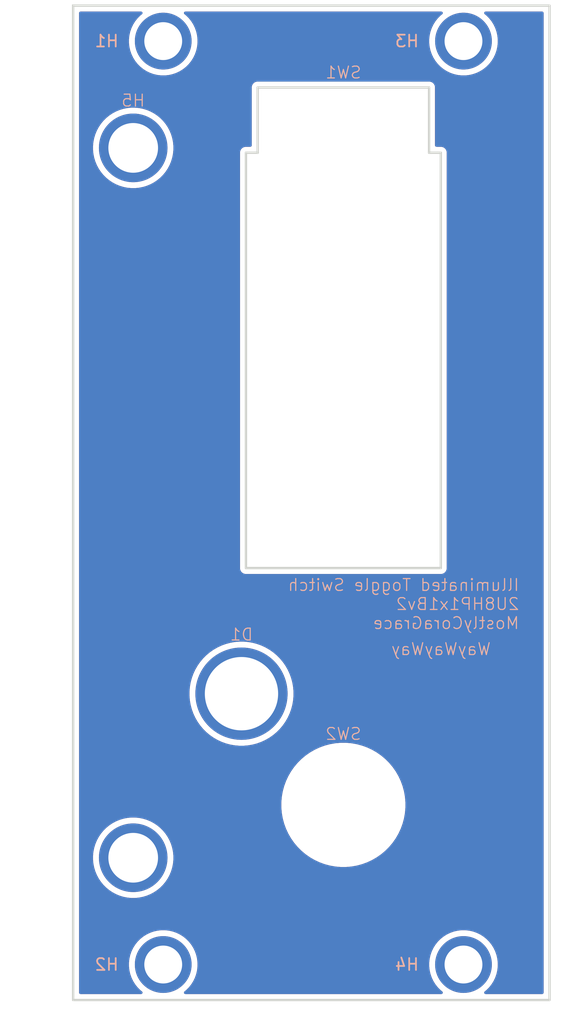
<source format=kicad_pcb>
(kicad_pcb (version 20241229) (generator "pcbnew") (generator_version "9.0")
  (layers (0 "F.Cu" signal) (2 "B.Cu" signal) (13 "F.Paste" user) (15 "B.Paste" user) (5 "F.SilkS" user "F.Silkscreen") (7 "B.SilkS" user "B.Silkscreen") (1 "F.Mask" user) (3 "B.Mask" user) (25 "Edge.Cuts" user))
  (net 0 "")
  (footprint "EXC:SW_M6-M6.35_Panel_Mount_Hole" (layer "F.Cu") (at 22.86 69.9825)
    (property "Reference" "SW2" (at 0 -6 0) (layer "B.SilkS") (effects (font (thickness 0.1)) (justify mirror)))
    (property "Value" "SW_M6/M6.35_Panel_Mount_Hole")
    (pad "" np_thru_hole circle (at 0 0) (size 10 10) (drill 10) (layers "*.Cu" "*.Mask"))
  )
  (footprint "EXC:MountingHole_3.2mm_M3" (layer "F.Cu") (at 7.62 5.425)
    (property "Reference" "H1" (at -3.683 0 0) (layer "B.SilkS") (effects (justify left mirror)))
    (property "Value" "Eurorack_M3_MountingHole")
    (pad "" thru_hole circle (at 0 0) (size 4.8 4.8) (drill 3.2) (layers "*.Cu" "*.Mask"))
  )
  (footprint "EXC:MountingHole_3.2mm_M3" (layer "F.Cu") (at 7.62 83.475)
    (property "Reference" "H2" (at -3.683 0 0) (layer "B.SilkS") (effects (justify left mirror)))
    (property "Value" "Eurorack_M3_MountingHole")
    (pad "" thru_hole circle (at 0 0) (size 4.8 4.8) (drill 3.2) (layers "*.Cu" "*.Mask"))
  )
  (footprint "EXC:6mm_Panel_Mount_LED" (layer "F.Cu") (at 14.24 60.5825)
    (property "Reference" "D1" (at 0 -5 0) (layer "B.SilkS") (effects (font (thickness 0.1)) (justify mirror)))
    (property "Value" "6mm_Panel_Mount_LED")
    (pad "" thru_hole circle (at 0 0) (size 7.8 7.8) (drill 6.2) (layers "*.Cu" "*.Mask"))
  )
  (footprint "EXC:Handle_2UM4P60_A" (layer "F.Cu") (at 5.08 14.45)
    (property "Reference" "H5" (at 0 -4 0) (layer "B.SilkS") (effects (font (thickness 0.1)) (justify mirror)))
    (property "Value" "Handle_2UM4P60_PanelMount")
    (pad "" thru_hole circle (at 0 0) (size 5.8 5.8) (drill 4.2) (layers "*.Cu" "*.Mask"))
    (pad "" thru_hole circle (at 0 60) (size 5.8 5.8) (drill 4.2) (layers "*.Cu" "*.Mask"))
  )
  (footprint "EXC:MountingHole_3.2mm_M3" (layer "F.Cu") (at 33.02 5.425)
    (property "Reference" "H3" (at -3.683 0 0) (layer "B.SilkS") (effects (justify left mirror)))
    (property "Value" "Eurorack_M3_MountingHole")
    (pad "" thru_hole circle (at 0 0) (size 4.8 4.8) (drill 3.2) (layers "*.Cu" "*.Mask"))
  )
  (footprint "EXC:Illuminated_Toggle_Switch_M12_Top" (layer "F.Cu") (at 22.86 35.5787)
    (property "Reference" "SW1" (at 0 -27.5 0) (layer "B.SilkS") (effects (font (thickness 0.1)) (justify mirror)))
    (property "Value" "SW_Covered_SPST_w/LED_Panel_Mount_Top")
    (fp_line (start -8.242 -20.7181) (end -8.242 14.3847) (stroke (width 0.2)) (layer "Edge.Cuts"))
    (fp_line (start -8.242 14.3847) (end 8.242 14.3847) (stroke (width 0.2)) (layer "Edge.Cuts"))
    (fp_line (start -7.25 -26.2307) (end -7.25 -20.7181) (stroke (width 0.2)) (layer "Edge.Cuts"))
    (fp_line (start -7.25 -26.2307) (end 7.25 -26.2307) (stroke (width 0.2)) (layer "Edge.Cuts"))
    (fp_line (start -7.25 -20.7181) (end -8.242 -20.7181) (stroke (width 0.2)) (layer "Edge.Cuts"))
    (fp_line (start 7.25 -26.2307) (end 7.25 -20.7181) (stroke (width 0.2)) (layer "Edge.Cuts"))
    (fp_line (start 7.25 -20.7181) (end 8.242 -20.7181) (stroke (width 0.2)) (layer "Edge.Cuts"))
    (fp_line (start 8.242 -20.7181) (end 8.242 14.3847) (stroke (width 0.2)) (layer "Edge.Cuts"))
  )
  (footprint "EXC:MountingHole_3.2mm_M3" (layer "F.Cu") (at 33.02 83.475)
    (property "Reference" "H4" (at -3.683 0 0) (layer "B.SilkS") (effects (justify left mirror)))
    (property "Value" "Eurorack_M3_MountingHole")
    (pad "" thru_hole circle (at 0 0) (size 4.8 4.8) (drill 3.2) (layers "*.Cu" "*.Mask"))
  )
  (gr_rect (start 0 2.425) (end 40.3 86.475) (stroke (width 0.2)) (fill no) (layer "Edge.Cuts"))
  (gr_text "WayWayWay" (at 35.4 57.4 0) (layer "B.SilkS") (effects (font (size 1 1) (thickness 0.1)) (justify left bottom mirror)))
  (gr_text "Illuminated Toggle Switch\n2U8HP1x1Bv2\nMostlyCoraGrace" (at 37.8 55.2 0) (layer "B.SilkS") (effects (font (size 1 1) (thickness 0.1)) (justify left bottom mirror)))
  (zone (net 0) (net_name "") (layers "F.Cu" "B.Cu") (connect_pads (clearance 0.5)) (min_thickness 0.25) (fill yes (thermal_gap 0.5) (thermal_bridge_width 0.5) (island_removal_mode 1) (island_area_min 10))
    (polygon (pts (xy 0 2.425) (xy 40.3 2.425) (xy 40.3 86.475) (xy 0 86.475)))
  )
)
</source>
